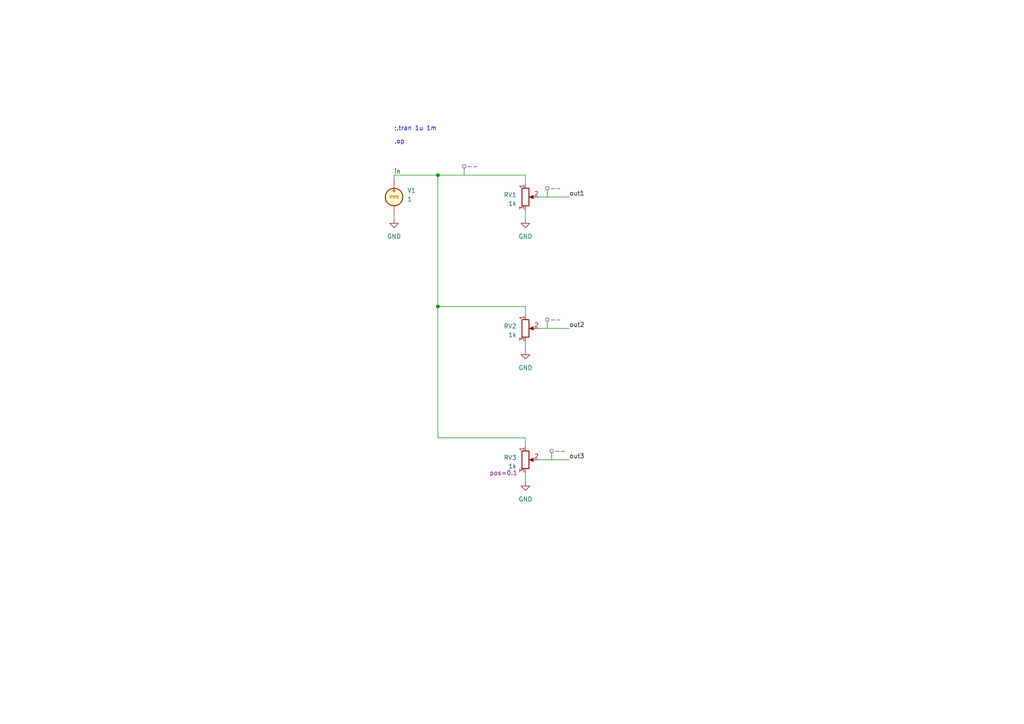
<source format=kicad_sch>
(kicad_sch (version 20221126) (generator eeschema)
  (paper "A4")
  (lib_symbols
    (symbol "Device:R_Potentiometer" (pin_names (offset 1.016) hide)
      (property "Reference" "RV" (at -4.445 0 90))
      (property "Value" "R_Potentiometer" (at -2.54 0 90))
      (symbol "R_Potentiometer_0_1"
        (polyline (pts (xy 2.54 0) (xy 1.524 0)))
        (polyline (pts (xy 1.143 0) (xy 2.286 0.508) (xy 2.286 -0.508) (xy 1.143 0)) (fill (type outline)))
        (rectangle (start 1.016 2.54) (end -1.016 -2.54) (stroke (width 0.254)))
      )
      (symbol "R_Potentiometer_1_1"
        (pin passive line (at 0 3.81 270) (length 1.27) (name "1") (number "1"))
        (pin passive line (at 3.81 0 180) (length 1.27) (name "2") (number "2"))
        (pin passive line (at 0 -3.81 90) (length 1.27) (name "3") (number "3"))
      )
    )
    (symbol "Simulation_SPICE:VDC" (pin_numbers hide) (pin_names (offset 0.0254))
      (property "Reference" "V" (at 2.54 2.54 0))
      (property "Value" "VDC" (at 2.54 0 0))
      (property "Spice_Model" "dc(1)" (at 2.54 -2.54 0))
      (symbol "VDC_0_0"
        (polyline (pts (xy -1.27 0.254) (xy 1.27 0.254)))
        (polyline (pts (xy -0.762 -0.254) (xy -1.27 -0.254)))
        (polyline (pts (xy 0.254 -0.254) (xy -0.254 -0.254)))
        (polyline (pts (xy 1.27 -0.254) (xy 0.762 -0.254)))
        (text "+" (at 0 1.905 0) (effects (font (size 1.27 1.27))))
      )
      (symbol "VDC_0_1"
        (circle (center 0 0) (radius 2.54) (stroke (width 0.254)) (fill (type background)))
      )
      (symbol "VDC_1_1"
        (pin passive line (at 0 5.08 270) (length 2.54) (name "~") (number "1"))
        (pin passive line (at 0 -5.08 90) (length 2.54) (name "~") (number "2"))
      )
    )
    (symbol "power:GND" (power) (pin_names (offset 0))
      (property "Value" "GND" (at 0 -3.81 0))
      (symbol "GND_0_1"
        (polyline (pts (xy 0 0) (xy 0 -1.27) (xy 1.27 -1.27) (xy 0 -2.54) (xy -1.27 -1.27) (xy 0 -1.27)))
      )
      (symbol "GND_1_1"
        (pin power_in line (at 0 0 270) (length 0) hide (name "GND") (number "1"))
      )
    )
  )
  (junction (at 127 50.8))
  (junction (at 127 88.9))
  (wire (pts (xy 114.3 62.23) (xy 114.3 63.5)))
  (wire (pts (xy 127 88.9) (xy 127 127)))
  (wire (pts (xy 152.4 88.9) (xy 152.4 91.44)))
  (wire (pts (xy 114.3 50.8) (xy 114.3 52.07)))
  (wire (pts (xy 127 127) (xy 152.4 127)))
  (wire (pts (xy 152.4 127) (xy 152.4 129.54)))
  (wire (pts (xy 152.4 139.7) (xy 152.4 137.16)))
  (wire (pts (xy 127 50.8) (xy 152.4 50.8)))
  (wire (pts (xy 152.4 101.6) (xy 152.4 99.06)))
  (wire (pts (xy 127 50.8) (xy 127 88.9)))
  (wire (pts (xy 114.3 50.8) (xy 127 50.8)))
  (wire (pts (xy 127 88.9) (xy 152.4 88.9)))
  (wire (pts (xy 152.4 63.5) (xy 152.4 60.96)))
  (wire (pts (xy 156.21 95.25) (xy 165.1 95.25)))
  (wire (pts (xy 152.4 50.8) (xy 152.4 53.34)))
  (wire (pts (xy 156.21 133.35) (xy 165.1 133.35)))
  (wire (pts (xy 156.21 57.15) (xy 165.1 57.15)))
  (text ";.tran 1u 1m" (at 114.3 38.1 0) (effects (font (size 1.27 1.27)) (justify left bottom)))
  (text ".op" (at 114.3 41.91 0) (effects (font (size 1.27 1.27)) (justify left bottom)))
  (label "out2" (at 165.1 95.25 0))
  (label "out3" (at 165.1 133.35 0))
  (label "in" (at 114.3 50.8 0))
  (label "out1" (at 165.1 57.15 0))
  (netclass_flag "" (length 2.54) (shape round) (at 134.62 50.8 0) (property "op" "${OP}" (at 135.3185 48.26 0) (effects (font italic) (justify left))))
  (netclass_flag "" (length 2.54) (shape round) (at 158.75 95.25 0) (property "op" "${OP.2V}" (at 159.4485 92.71 0) (effects (font italic) (justify left))))
  (netclass_flag "" (length 2.54) (shape round) (at 158.75 57.15 0) (property "op" "${OP.3mV}" (at 159.4485 54.61 0) (effects (font italic) (justify left))))
  (netclass_flag "" (length 2.54) (shape round) (at 160.02 133.35 0) (property "op" "${OP}" (at 160.7185 130.81 0) (effects (font italic) (justify left))))
  (symbol (lib_id "power:GND") (at 152.4 63.5 0) (unit 1)
    (property "Reference" "#PWR0102" (effects hide))
    (property "Value" "GND" (at 152.4 68.58 0))
  )
  (symbol (lib_id "Device:R_Potentiometer") (at 152.4 133.35 0) (unit 1)
    (property "Reference" "RV3" (at 149.86 132.715 0) (effects (justify right)))
    (property "Value" "1k" (at 149.86 135.255 0) (effects (justify right)))
    (property "Sim.Device" "R" (effects hide))
    (property "Sim.Type" "POT" (effects hide))
    (property "Sim.Params" "pos=0.1" (at 146.05 137.16 0))
  )
  (symbol (lib_id "Device:R_Potentiometer") (at 152.4 57.15 0) (unit 1)
    (property "Reference" "RV1" (at 149.86 56.515 0) (effects (justify right)))
    (property "Value" "1k" (at 149.86 59.055 0) (effects (justify right)))
    (property "Sim.Device" "R" (effects hide))
    (property "Sim.Type" "POT" (effects hide))
  )
  (symbol (lib_id "power:GND") (at 152.4 139.7 0) (unit 1)
    (property "Reference" "#PWR0103" (effects hide))
    (property "Value" "GND" (at 152.4 144.78 0))
  )
  (symbol (lib_id "Simulation_SPICE:VDC") (at 114.3 57.15 0) (unit 1)
    (property "Reference" "V1" (at 118.11 55.245 0) (effects (justify left)))
    (property "Value" "1" (at 118.11 57.785 0) (effects (justify left)))
    (property "Sim.Device" "V" (effects hide))
  )
  (symbol (lib_id "power:GND") (at 114.3 63.5 0) (unit 1)
    (property "Reference" "#PWR0104" (effects hide))
    (property "Value" "GND" (at 114.3 68.58 0))
  )
  (symbol (lib_id "Device:R_Potentiometer") (at 152.4 95.25 0) (unit 1)
    (property "Reference" "RV2" (at 149.86 94.615 0) (effects (justify right)))
    (property "Value" "1k" (at 149.86 97.155 0) (effects (justify right)))
    (property "Spice_Primitive" "X" (effects hide))
    (property "Spice_Model" "pot k=0.3 r=1k" (at 135.77 99.5 0))
    (property "Spice_Netlist_Enabled" "Y" (effects hide))
    (property "Spice_Lib_File" "pot.lib" (effects hide))
  )
  (symbol (lib_id "power:GND") (at 152.4 101.6 0) (unit 1)
    (property "Reference" "#PWR0101" (effects hide))
    (property "Value" "GND" (at 152.4 106.68 0))
  )
)
</source>
